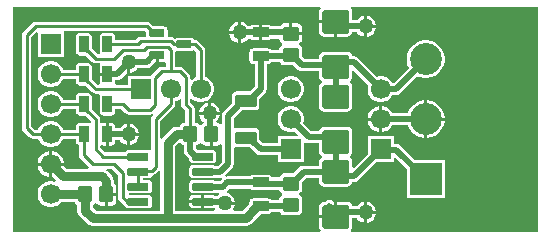
<source format=gbr>
%TF.GenerationSoftware,Altium Limited,Altium Designer,21.3.0 (21)*%
G04 Layer_Physical_Order=1*
G04 Layer_Color=255*
%FSLAX45Y45*%
%MOMM*%
%TF.SameCoordinates,FC24DA46-C209-461C-A341-196A143AB96F*%
%TF.FilePolarity,Positive*%
%TF.FileFunction,Copper,L1,Top,Signal*%
%TF.Part,Single*%
G01*
G75*
%TA.AperFunction,SMDPad,CuDef*%
G04:AMPARAMS|DCode=10|XSize=1.27mm|YSize=0.6mm|CornerRadius=0.06mm|HoleSize=0mm|Usage=FLASHONLY|Rotation=0.000|XOffset=0mm|YOffset=0mm|HoleType=Round|Shape=RoundedRectangle|*
%AMROUNDEDRECTD10*
21,1,1.27000,0.48000,0,0,0.0*
21,1,1.15000,0.60000,0,0,0.0*
1,1,0.12000,0.57500,-0.24000*
1,1,0.12000,-0.57500,-0.24000*
1,1,0.12000,-0.57500,0.24000*
1,1,0.12000,0.57500,0.24000*
%
%ADD10ROUNDEDRECTD10*%
G04:AMPARAMS|DCode=11|XSize=0.6mm|YSize=1.778mm|CornerRadius=0.06mm|HoleSize=0mm|Usage=FLASHONLY|Rotation=90.000|XOffset=0mm|YOffset=0mm|HoleType=Round|Shape=RoundedRectangle|*
%AMROUNDEDRECTD11*
21,1,0.60000,1.65800,0,0,90.0*
21,1,0.48000,1.77800,0,0,90.0*
1,1,0.12000,0.82900,0.24000*
1,1,0.12000,0.82900,-0.24000*
1,1,0.12000,-0.82900,-0.24000*
1,1,0.12000,-0.82900,0.24000*
%
%ADD11ROUNDEDRECTD11*%
G04:AMPARAMS|DCode=12|XSize=2.286mm|YSize=2.032mm|CornerRadius=0.2032mm|HoleSize=0mm|Usage=FLASHONLY|Rotation=0.000|XOffset=0mm|YOffset=0mm|HoleType=Round|Shape=RoundedRectangle|*
%AMROUNDEDRECTD12*
21,1,2.28600,1.62560,0,0,0.0*
21,1,1.87960,2.03200,0,0,0.0*
1,1,0.40640,0.93980,-0.81280*
1,1,0.40640,-0.93980,-0.81280*
1,1,0.40640,-0.93980,0.81280*
1,1,0.40640,0.93980,0.81280*
%
%ADD12ROUNDEDRECTD12*%
G04:AMPARAMS|DCode=13|XSize=1.8mm|YSize=1.1mm|CornerRadius=0.11mm|HoleSize=0mm|Usage=FLASHONLY|Rotation=0.000|XOffset=0mm|YOffset=0mm|HoleType=Round|Shape=RoundedRectangle|*
%AMROUNDEDRECTD13*
21,1,1.80000,0.88000,0,0,0.0*
21,1,1.58000,1.10000,0,0,0.0*
1,1,0.22000,0.79000,-0.44000*
1,1,0.22000,-0.79000,-0.44000*
1,1,0.22000,-0.79000,0.44000*
1,1,0.22000,0.79000,0.44000*
%
%ADD13ROUNDEDRECTD13*%
G04:AMPARAMS|DCode=14|XSize=1.4mm|YSize=0.8mm|CornerRadius=0.08mm|HoleSize=0mm|Usage=FLASHONLY|Rotation=90.000|XOffset=0mm|YOffset=0mm|HoleType=Round|Shape=RoundedRectangle|*
%AMROUNDEDRECTD14*
21,1,1.40000,0.64000,0,0,90.0*
21,1,1.24000,0.80000,0,0,90.0*
1,1,0.16000,0.32000,0.62000*
1,1,0.16000,0.32000,-0.62000*
1,1,0.16000,-0.32000,-0.62000*
1,1,0.16000,-0.32000,0.62000*
%
%ADD14ROUNDEDRECTD14*%
G04:AMPARAMS|DCode=15|XSize=1.4mm|YSize=1.2mm|CornerRadius=0.12mm|HoleSize=0mm|Usage=FLASHONLY|Rotation=0.000|XOffset=0mm|YOffset=0mm|HoleType=Round|Shape=RoundedRectangle|*
%AMROUNDEDRECTD15*
21,1,1.40000,0.96000,0,0,0.0*
21,1,1.16000,1.20000,0,0,0.0*
1,1,0.24000,0.58000,-0.48000*
1,1,0.24000,-0.58000,-0.48000*
1,1,0.24000,-0.58000,0.48000*
1,1,0.24000,0.58000,0.48000*
%
%ADD15ROUNDEDRECTD15*%
G04:AMPARAMS|DCode=16|XSize=1.4mm|YSize=1.2mm|CornerRadius=0.12mm|HoleSize=0mm|Usage=FLASHONLY|Rotation=270.000|XOffset=0mm|YOffset=0mm|HoleType=Round|Shape=RoundedRectangle|*
%AMROUNDEDRECTD16*
21,1,1.40000,0.96000,0,0,270.0*
21,1,1.16000,1.20000,0,0,270.0*
1,1,0.24000,-0.48000,-0.58000*
1,1,0.24000,-0.48000,0.58000*
1,1,0.24000,0.48000,0.58000*
1,1,0.24000,0.48000,-0.58000*
%
%ADD16ROUNDEDRECTD16*%
G04:AMPARAMS|DCode=17|XSize=1.4mm|YSize=0.8mm|CornerRadius=0.08mm|HoleSize=0mm|Usage=FLASHONLY|Rotation=0.000|XOffset=0mm|YOffset=0mm|HoleType=Round|Shape=RoundedRectangle|*
%AMROUNDEDRECTD17*
21,1,1.40000,0.64000,0,0,0.0*
21,1,1.24000,0.80000,0,0,0.0*
1,1,0.16000,0.62000,-0.32000*
1,1,0.16000,-0.62000,-0.32000*
1,1,0.16000,-0.62000,0.32000*
1,1,0.16000,0.62000,0.32000*
%
%ADD17ROUNDEDRECTD17*%
%TA.AperFunction,Conductor*%
%ADD18C,0.76200*%
%ADD19C,0.25400*%
%ADD20C,0.50800*%
%TA.AperFunction,ComponentPad*%
%ADD21C,1.70000*%
%ADD22R,1.70000X1.70000*%
%ADD23R,2.70000X2.70000*%
%ADD24C,2.70000*%
%ADD25R,1.70000X1.70000*%
%TA.AperFunction,ViaPad*%
%ADD26C,1.27000*%
G36*
X26987500Y18859500D02*
X25403708D01*
X25399855Y18872200D01*
X25399942Y18872258D01*
X25410046Y18887381D01*
X25413596Y18905220D01*
Y18972705D01*
X25454309D01*
X25455862Y18970013D01*
X25472414Y18953462D01*
X25492686Y18941759D01*
X25514301Y18935966D01*
Y19024600D01*
Y19113232D01*
X25492686Y19107442D01*
X25472414Y19095738D01*
X25455862Y19079185D01*
X25454193Y19076295D01*
X25411902D01*
X25410046Y19085619D01*
X25399942Y19100742D01*
X25384819Y19110847D01*
X25366980Y19114397D01*
X25285699D01*
Y18986501D01*
X25273000D01*
Y18973801D01*
X25132404D01*
Y18905220D01*
X25135953Y18887381D01*
X25146059Y18872258D01*
X25146146Y18872200D01*
X25142291Y18859500D01*
X22542500D01*
Y20764500D01*
X25142291D01*
X25146146Y20751801D01*
X25146059Y20751743D01*
X25135953Y20736620D01*
X25132404Y20718781D01*
Y20650200D01*
X25273000D01*
Y20637500D01*
X25285699D01*
Y20509604D01*
X25366980D01*
X25384819Y20513153D01*
X25399942Y20523257D01*
X25410046Y20538380D01*
X25411902Y20547705D01*
X25454193D01*
X25455862Y20544814D01*
X25472414Y20528262D01*
X25492686Y20516557D01*
X25514301Y20510767D01*
Y20599400D01*
Y20688033D01*
X25492686Y20682242D01*
X25472414Y20670538D01*
X25455862Y20653986D01*
X25454309Y20651295D01*
X25413596D01*
Y20718781D01*
X25410046Y20736620D01*
X25399942Y20751743D01*
X25399855Y20751801D01*
X25403708Y20764500D01*
X26987500D01*
Y18859500D01*
D02*
G37*
%LPC*%
G36*
X25539700Y20688033D02*
Y20612100D01*
X25615634D01*
X25609842Y20633714D01*
X25598138Y20653986D01*
X25581586Y20670538D01*
X25561314Y20682242D01*
X25539700Y20688033D01*
D02*
G37*
G36*
X24447501Y20637233D02*
X24425887Y20631442D01*
X24405614Y20619737D01*
X24389062Y20603186D01*
X24377357Y20582915D01*
X24371567Y20561301D01*
X24447501D01*
Y20637233D01*
D02*
G37*
G36*
X24950000Y20623132D02*
X24904700D01*
Y20549699D01*
X24988133D01*
Y20585001D01*
X24985229Y20599593D01*
X24976964Y20611964D01*
X24964594Y20620230D01*
X24950000Y20623132D01*
D02*
G37*
G36*
X25615634Y20586700D02*
X25539700D01*
Y20510767D01*
X25561314Y20516557D01*
X25581586Y20528262D01*
X25598138Y20544814D01*
X25609842Y20565086D01*
X25615634Y20586700D01*
D02*
G37*
G36*
X25260300Y20624800D02*
X25132404D01*
Y20556219D01*
X25135953Y20538380D01*
X25146059Y20523257D01*
X25161182Y20513153D01*
X25179021Y20509604D01*
X25260300D01*
Y20624800D01*
D02*
G37*
G36*
X24472900Y20637233D02*
Y20548599D01*
Y20459967D01*
X24494514Y20465758D01*
X24514786Y20477461D01*
X24531339Y20494014D01*
X24532025Y20495206D01*
X24549057D01*
X24551920Y20490919D01*
X24562968Y20483537D01*
X24575999Y20480946D01*
X24625301D01*
Y20547000D01*
Y20613054D01*
X24575999D01*
X24562968Y20610461D01*
X24551920Y20603081D01*
X24549057Y20598795D01*
X24533873D01*
X24531339Y20603186D01*
X24514786Y20619737D01*
X24494514Y20631442D01*
X24472900Y20637233D01*
D02*
G37*
G36*
X24447501Y20535899D02*
X24371567D01*
X24377357Y20514285D01*
X24389062Y20494014D01*
X24405614Y20477461D01*
X24425887Y20465758D01*
X24447501Y20459967D01*
Y20535899D01*
D02*
G37*
G36*
X23672800Y20638248D02*
X22733000D01*
X22718134Y20635289D01*
X22705531Y20626869D01*
X22629330Y20550668D01*
X22620911Y20538066D01*
X22617953Y20523199D01*
Y19735800D01*
X22620911Y19720934D01*
X22629330Y19708331D01*
X22680132Y19657532D01*
X22692734Y19649110D01*
X22707600Y19646153D01*
X22756116D01*
X22757124Y19642387D01*
X22771658Y19617213D01*
X22792213Y19596658D01*
X22817387Y19582124D01*
X22845467Y19574600D01*
X22874535D01*
X22902612Y19582124D01*
X22927786Y19596658D01*
X22948341Y19617213D01*
X22962875Y19642387D01*
X22963885Y19646153D01*
X23074947D01*
Y19623000D01*
X23077538Y19609969D01*
X23084920Y19598920D01*
X23095969Y19591537D01*
X23100552Y19590627D01*
Y19507201D01*
X23103511Y19492334D01*
X23111931Y19479732D01*
X23184819Y19406844D01*
X23180135Y19394144D01*
X22988419D01*
X22969492Y19413071D01*
X22970399Y19416466D01*
Y19418300D01*
X22872701D01*
Y19320599D01*
X22874535D01*
X22877930Y19321509D01*
X22905190Y19294247D01*
X22904755Y19292332D01*
X22889825Y19283302D01*
X22874535Y19287399D01*
X22845467D01*
X22817387Y19279877D01*
X22792213Y19265343D01*
X22771658Y19244788D01*
X22757124Y19219614D01*
X22749600Y19191534D01*
Y19162466D01*
X22757124Y19134387D01*
X22771658Y19109213D01*
X22792213Y19088658D01*
X22817387Y19074124D01*
X22845467Y19066600D01*
X22874535D01*
X22902612Y19074124D01*
X22927786Y19088658D01*
X22948341Y19109213D01*
X22950099Y19112256D01*
X23066209D01*
X23067770Y19104407D01*
X23076036Y19092036D01*
X23086256Y19085208D01*
Y19038400D01*
X23091183Y19013623D01*
X23105219Y18992619D01*
X23169820Y18928020D01*
X23190823Y18913985D01*
X23215601Y18909056D01*
X24511000D01*
X24535776Y18913985D01*
X24556781Y18928020D01*
X24639182Y19010419D01*
X24639532Y19010947D01*
X24700000D01*
X24713033Y19013538D01*
X24724080Y19020920D01*
X24726942Y19025204D01*
X24798611D01*
X24798770Y19024406D01*
X24807036Y19012036D01*
X24819408Y19003770D01*
X24834000Y19000868D01*
X24950000D01*
X24964594Y19003770D01*
X24976964Y19012036D01*
X24985229Y19024406D01*
X24988133Y19039000D01*
Y19135001D01*
X24985229Y19149593D01*
X24976964Y19161964D01*
X24964594Y19170230D01*
X24963107Y19170526D01*
Y19183475D01*
X24964594Y19183771D01*
X24976964Y19192036D01*
X24985229Y19204407D01*
X24988133Y19219000D01*
Y19279883D01*
X25023953Y19315704D01*
X25132404D01*
Y19286220D01*
X25135953Y19268381D01*
X25146059Y19253258D01*
X25161182Y19243153D01*
X25179021Y19239604D01*
X25366980D01*
X25384819Y19243153D01*
X25399942Y19253258D01*
X25410046Y19268381D01*
X25411902Y19277705D01*
X25425500D01*
X25445322Y19281647D01*
X25462125Y19292876D01*
X25616849Y19447600D01*
X25764401D01*
Y19484756D01*
X25776132Y19489616D01*
X25874600Y19391150D01*
Y19143600D01*
X26195401D01*
Y19464400D01*
X25947849D01*
X25822067Y19590182D01*
X25805264Y19601411D01*
X25785443Y19605353D01*
X25764401D01*
Y19668401D01*
X25543600D01*
Y19520850D01*
X25425330Y19402579D01*
X25413596Y19407439D01*
Y19448779D01*
X25410046Y19466618D01*
X25399942Y19481741D01*
X25392278Y19486864D01*
Y19502138D01*
X25399942Y19507259D01*
X25410046Y19522382D01*
X25413596Y19540221D01*
Y19702780D01*
X25410046Y19720619D01*
X25399942Y19735742D01*
X25384819Y19745847D01*
X25366980Y19749396D01*
X25179021D01*
X25161182Y19745847D01*
X25146059Y19735742D01*
X25135953Y19720619D01*
X25134097Y19711295D01*
X25065955D01*
X24997621Y19779630D01*
X25002400Y19797466D01*
Y19826534D01*
X24994876Y19854613D01*
X24980342Y19879787D01*
X24959787Y19900342D01*
X24934613Y19914876D01*
X24906534Y19922400D01*
X24877466D01*
X24849387Y19914876D01*
X24824213Y19900342D01*
X24803658Y19879787D01*
X24789124Y19854613D01*
X24781599Y19826534D01*
Y19797466D01*
X24789124Y19769386D01*
X24803658Y19744212D01*
X24824213Y19723659D01*
X24849387Y19709125D01*
X24877466Y19701601D01*
X24906534D01*
X24924371Y19706380D01*
X24950616Y19680133D01*
X24945757Y19668401D01*
X24781599D01*
Y19609795D01*
X24659454D01*
X24627113Y19642136D01*
Y19700999D01*
X24624287Y19715202D01*
X24616243Y19727243D01*
X24604202Y19735287D01*
X24589999Y19738113D01*
X24432001D01*
X24423096Y19736342D01*
X24410394Y19744453D01*
Y19815945D01*
X24480336Y19885887D01*
X24589999D01*
X24604202Y19888712D01*
X24616243Y19896758D01*
X24624287Y19908797D01*
X24627113Y19923000D01*
Y19981863D01*
X24674625Y20029375D01*
X24674625Y20029375D01*
X24685854Y20046179D01*
X24689795Y20066000D01*
Y20280946D01*
X24700000D01*
X24713033Y20283537D01*
X24724080Y20290919D01*
X24726942Y20295206D01*
X24798611D01*
X24798770Y20294408D01*
X24807036Y20282036D01*
X24819408Y20273770D01*
X24834000Y20270868D01*
X24914883D01*
X24953175Y20232574D01*
X24969978Y20221347D01*
X24989799Y20217406D01*
X25132404D01*
Y20175220D01*
X25135953Y20157381D01*
X25146059Y20142258D01*
X25153722Y20137137D01*
Y20121863D01*
X25146059Y20116742D01*
X25135953Y20101619D01*
X25132404Y20083780D01*
Y19921220D01*
X25135953Y19903381D01*
X25146059Y19888258D01*
X25161182Y19878152D01*
X25179021Y19874603D01*
X25366980D01*
X25384819Y19878152D01*
X25399942Y19888258D01*
X25410046Y19903381D01*
X25413596Y19921220D01*
Y20083780D01*
X25410046Y20101619D01*
X25399942Y20116742D01*
X25392278Y20121863D01*
Y20137137D01*
X25399942Y20142258D01*
X25410046Y20157381D01*
X25413596Y20175220D01*
Y20216560D01*
X25425330Y20221422D01*
X25548380Y20098370D01*
X25543600Y20080534D01*
Y20051466D01*
X25551125Y20023387D01*
X25565659Y19998213D01*
X25586214Y19977658D01*
X25611386Y19963124D01*
X25639465Y19955600D01*
X25668533D01*
X25696613Y19963124D01*
X25721786Y19977658D01*
X25742343Y19998213D01*
X25751575Y20014204D01*
X25781000D01*
X25800821Y20018147D01*
X25817624Y20029375D01*
X25964029Y20175781D01*
X25988214Y20165764D01*
X26019202Y20159599D01*
X26050797D01*
X26081787Y20165764D01*
X26110977Y20177855D01*
X26137250Y20195409D01*
X26159592Y20217751D01*
X26177145Y20244022D01*
X26189236Y20273213D01*
X26195401Y20304202D01*
Y20335799D01*
X26189236Y20366788D01*
X26177145Y20395978D01*
X26159592Y20422249D01*
X26137250Y20444591D01*
X26110977Y20462144D01*
X26081787Y20474236D01*
X26050797Y20480400D01*
X26019202D01*
X25988214Y20474236D01*
X25959021Y20462144D01*
X25932751Y20444591D01*
X25910410Y20422249D01*
X25892856Y20395978D01*
X25880765Y20366788D01*
X25874600Y20335799D01*
Y20304202D01*
X25880765Y20273213D01*
X25890781Y20249030D01*
X25762961Y20121210D01*
X25748822Y20122565D01*
X25742343Y20133788D01*
X25721786Y20154343D01*
X25696613Y20168877D01*
X25668533Y20176401D01*
X25639465D01*
X25621628Y20171622D01*
X25462125Y20331125D01*
X25445322Y20342352D01*
X25425500Y20346295D01*
X25411902D01*
X25410046Y20355618D01*
X25399942Y20370741D01*
X25384819Y20380847D01*
X25366980Y20384396D01*
X25179021D01*
X25161182Y20380847D01*
X25146059Y20370741D01*
X25135953Y20355618D01*
X25132404Y20337781D01*
Y20320995D01*
X25011255D01*
X24988133Y20344118D01*
Y20405000D01*
X24985229Y20419592D01*
X24976964Y20431964D01*
X24964594Y20440230D01*
X24963107Y20440526D01*
Y20453474D01*
X24964594Y20453770D01*
X24976964Y20462036D01*
X24985229Y20474406D01*
X24988133Y20489000D01*
Y20524300D01*
X24892000D01*
Y20537000D01*
X24879300D01*
Y20623132D01*
X24834000D01*
X24819408Y20620230D01*
X24807036Y20611964D01*
X24798770Y20599593D01*
X24798611Y20598795D01*
X24726942D01*
X24724080Y20603081D01*
X24713033Y20610461D01*
X24700000Y20613054D01*
X24650700D01*
Y20547000D01*
Y20480946D01*
X24700000D01*
X24713033Y20483537D01*
X24724080Y20490919D01*
X24726942Y20495206D01*
X24795866D01*
Y20489000D01*
X24798770Y20474406D01*
X24807036Y20462036D01*
X24819408Y20453770D01*
X24820892Y20453474D01*
Y20440526D01*
X24819408Y20440230D01*
X24807036Y20431964D01*
X24798770Y20419592D01*
X24795866Y20405000D01*
Y20398795D01*
X24726942D01*
X24724080Y20403081D01*
X24713033Y20410461D01*
X24700000Y20413054D01*
X24575999D01*
X24562968Y20410461D01*
X24551920Y20403081D01*
X24544537Y20392032D01*
X24541946Y20378999D01*
Y20314999D01*
X24544537Y20301968D01*
X24551920Y20290919D01*
X24562968Y20283537D01*
X24575999Y20280946D01*
X24586205D01*
Y20087454D01*
X24546864Y20048112D01*
X24432001D01*
X24417796Y20045288D01*
X24405757Y20037244D01*
X24397713Y20025203D01*
X24394887Y20011000D01*
Y19946936D01*
X24321976Y19874025D01*
X24310747Y19857220D01*
X24306805Y19837399D01*
Y19775102D01*
X24298579Y19771532D01*
X24294106Y19770538D01*
X24282593Y19778230D01*
X24267999Y19781133D01*
X24267496D01*
X24265128Y19784850D01*
X24262956Y19793832D01*
X24277338Y19808214D01*
X24289043Y19828487D01*
X24294833Y19850101D01*
X24117567D01*
X24123358Y19828487D01*
X24135062Y19808214D01*
X24151614Y19791663D01*
X24154405Y19790051D01*
Y19776224D01*
X24145036Y19769965D01*
X24136771Y19757593D01*
X24136475Y19756107D01*
X24123526D01*
X24123230Y19757593D01*
X24114964Y19769965D01*
X24102592Y19778230D01*
X24088000Y19781133D01*
X24078847D01*
Y19902000D01*
X24075890Y19916866D01*
X24067468Y19929469D01*
X24041847Y19955090D01*
Y19981432D01*
X24053580Y19986292D01*
X24062213Y19977658D01*
X24087387Y19963124D01*
X24115466Y19955600D01*
X24144534D01*
X24172614Y19963124D01*
X24197787Y19977658D01*
X24218343Y19998213D01*
X24232877Y20023387D01*
X24240401Y20051466D01*
Y20080534D01*
X24232877Y20108614D01*
X24218343Y20133788D01*
X24197787Y20154343D01*
X24172614Y20168877D01*
X24168848Y20169885D01*
Y20396201D01*
X24165889Y20411066D01*
X24157469Y20423669D01*
X24106670Y20474469D01*
X24094066Y20482889D01*
X24079201Y20485847D01*
X24076344D01*
X24071138Y20493639D01*
X24060751Y20500578D01*
X24048500Y20503015D01*
X23933501D01*
X23921248Y20500578D01*
X23910863Y20493639D01*
X23904968Y20498367D01*
X23903468Y20499869D01*
X23890866Y20508289D01*
X23875999Y20511247D01*
X23856058D01*
X23850516Y20517999D01*
Y20566000D01*
X23848077Y20578252D01*
X23841138Y20588638D01*
X23830753Y20595578D01*
X23818500Y20598015D01*
X23729121D01*
X23700269Y20626869D01*
X23687666Y20635289D01*
X23672800Y20638248D01*
D02*
G37*
G36*
X24906534Y20176401D02*
X24877466D01*
X24849387Y20168877D01*
X24824213Y20154343D01*
X24803658Y20133788D01*
X24789124Y20108614D01*
X24781599Y20080534D01*
Y20051466D01*
X24789124Y20023387D01*
X24803658Y19998213D01*
X24824213Y19977658D01*
X24849387Y19963124D01*
X24877466Y19955600D01*
X24906534D01*
X24934613Y19963124D01*
X24959787Y19977658D01*
X24980342Y19998213D01*
X24994876Y20023387D01*
X25002400Y20051466D01*
Y20080534D01*
X24994876Y20108614D01*
X24980342Y20133788D01*
X24959787Y20154343D01*
X24934613Y20168877D01*
X24906534Y20176401D01*
D02*
G37*
G36*
X24218900Y19951433D02*
Y19875500D01*
X24294833D01*
X24289043Y19897115D01*
X24277338Y19917386D01*
X24260786Y19933939D01*
X24240514Y19945642D01*
X24218900Y19951433D01*
D02*
G37*
G36*
X24193500D02*
X24171886Y19945642D01*
X24151614Y19933939D01*
X24135062Y19917386D01*
X24123358Y19897115D01*
X24117567Y19875500D01*
X24193500D01*
Y19951433D01*
D02*
G37*
G36*
X26022299Y19972400D02*
X26019202D01*
X25988214Y19966235D01*
X25959021Y19954144D01*
X25932751Y19936591D01*
X25910410Y19914249D01*
X25892856Y19887978D01*
X25882840Y19863795D01*
X25751575D01*
X25742343Y19879787D01*
X25721786Y19900342D01*
X25696613Y19914876D01*
X25668533Y19922400D01*
X25666699D01*
Y19812000D01*
Y19701601D01*
X25668533D01*
X25696613Y19709125D01*
X25721786Y19723659D01*
X25742343Y19744212D01*
X25751575Y19760205D01*
X25882840D01*
X25892856Y19736021D01*
X25910410Y19709750D01*
X25932751Y19687408D01*
X25959021Y19669855D01*
X25988214Y19657764D01*
X26019202Y19651601D01*
X26022299D01*
Y19812000D01*
Y19972400D01*
D02*
G37*
G36*
X26050797D02*
X26047699D01*
Y19824699D01*
X26195401D01*
Y19827798D01*
X26189236Y19858788D01*
X26177145Y19887978D01*
X26159592Y19914249D01*
X26137250Y19936591D01*
X26110977Y19954144D01*
X26081787Y19966235D01*
X26050797Y19972400D01*
D02*
G37*
G36*
X25641299Y19922400D02*
X25639465D01*
X25611386Y19914876D01*
X25586214Y19900342D01*
X25565659Y19879787D01*
X25551125Y19854613D01*
X25543600Y19826534D01*
Y19824699D01*
X25641299D01*
Y19922400D01*
D02*
G37*
G36*
Y19799300D02*
X25543600D01*
Y19797466D01*
X25551125Y19769386D01*
X25565659Y19744212D01*
X25586214Y19723659D01*
X25611386Y19709125D01*
X25639465Y19701601D01*
X25641299D01*
Y19799300D01*
D02*
G37*
G36*
X26195401D02*
X26047699D01*
Y19651601D01*
X26050797D01*
X26081787Y19657764D01*
X26110977Y19669855D01*
X26137250Y19687408D01*
X26159592Y19709750D01*
X26177145Y19736021D01*
X26189236Y19765213D01*
X26195401Y19796202D01*
Y19799300D01*
D02*
G37*
G36*
X22874535Y19541400D02*
X22872701D01*
Y19443700D01*
X22970399D01*
Y19445534D01*
X22962875Y19473613D01*
X22948341Y19498787D01*
X22927786Y19519342D01*
X22902612Y19533876D01*
X22874535Y19541400D01*
D02*
G37*
G36*
X22847301D02*
X22845467D01*
X22817387Y19533876D01*
X22792213Y19519342D01*
X22771658Y19498787D01*
X22757124Y19473613D01*
X22749600Y19445534D01*
Y19443700D01*
X22847301D01*
Y19541400D01*
D02*
G37*
G36*
Y19418300D02*
X22749600D01*
Y19416466D01*
X22757124Y19388387D01*
X22771658Y19363213D01*
X22792213Y19342657D01*
X22817387Y19328123D01*
X22845467Y19320599D01*
X22847301D01*
Y19418300D01*
D02*
G37*
G36*
X25539700Y19113232D02*
Y19037300D01*
X25615634D01*
X25609842Y19058914D01*
X25598138Y19079185D01*
X25581586Y19095738D01*
X25561314Y19107442D01*
X25539700Y19113232D01*
D02*
G37*
G36*
X25220900Y19128795D02*
X25201079Y19124854D01*
X25185429Y19114397D01*
X25179021D01*
X25161182Y19110847D01*
X25146059Y19100742D01*
X25135953Y19085619D01*
X25132404Y19067780D01*
Y18999200D01*
X25260300D01*
Y19114397D01*
X25256371D01*
X25240721Y19124854D01*
X25220900Y19128795D01*
D02*
G37*
G36*
X25615634Y19011900D02*
X25539700D01*
Y18935966D01*
X25561314Y18941759D01*
X25581586Y18953462D01*
X25598138Y18970013D01*
X25609842Y18990286D01*
X25615634Y19011900D01*
D02*
G37*
%LPD*%
G36*
X24091153Y20380109D02*
Y20169885D01*
X24087387Y20168877D01*
X24062213Y20154343D01*
X24053580Y20145709D01*
X24041847Y20150569D01*
Y20167599D01*
X24038889Y20182466D01*
X24030469Y20195068D01*
X23979669Y20245869D01*
X23967065Y20254289D01*
X23952200Y20257246D01*
X23914847D01*
Y20382732D01*
X23915707Y20384171D01*
X23927547Y20392169D01*
X23933501Y20390985D01*
X24048500D01*
X24060751Y20393422D01*
X24070996Y20400267D01*
X24091153Y20380109D01*
D02*
G37*
G36*
X23671484Y20545778D02*
Y20517999D01*
X23665942Y20511247D01*
X23622000D01*
X23607133Y20508289D01*
X23594531Y20499869D01*
X23580508Y20485847D01*
X23407054D01*
Y20509000D01*
X23404462Y20522032D01*
X23397079Y20533080D01*
X23386032Y20540462D01*
X23373000Y20543054D01*
X23309000D01*
X23295969Y20540462D01*
X23284920Y20533080D01*
X23277538Y20522032D01*
X23274947Y20509000D01*
Y20385001D01*
X23276610Y20376634D01*
X23269389Y20364902D01*
X23256937Y20364088D01*
X23207054Y20413971D01*
Y20509000D01*
X23204462Y20522032D01*
X23197079Y20533080D01*
X23186032Y20540462D01*
X23173000Y20543054D01*
X23109000D01*
X23095969Y20540462D01*
X23084920Y20533080D01*
X23077538Y20522032D01*
X23074947Y20509000D01*
Y20385001D01*
X23077538Y20371968D01*
X23084920Y20360921D01*
X23095969Y20353539D01*
X23109000Y20350946D01*
X23160205D01*
X23213531Y20297620D01*
X23226134Y20289198D01*
X23241000Y20286241D01*
X23274518D01*
X23281219Y20273541D01*
X23277538Y20268031D01*
X23274947Y20255000D01*
Y20205699D01*
X23341000D01*
Y20180299D01*
X23274947D01*
Y20131000D01*
X23277538Y20117969D01*
X23277820Y20117548D01*
X23271031Y20104848D01*
X23257091D01*
X23207054Y20154883D01*
Y20255000D01*
X23204462Y20268031D01*
X23197079Y20279080D01*
X23186032Y20286462D01*
X23173000Y20289053D01*
X23109000D01*
X23095969Y20286462D01*
X23084920Y20279080D01*
X23077538Y20268031D01*
X23074947Y20255000D01*
Y20231847D01*
X22963885D01*
X22962875Y20235612D01*
X22948341Y20260786D01*
X22927786Y20281342D01*
X22902612Y20295876D01*
X22874535Y20303400D01*
X22845467D01*
X22817387Y20295876D01*
X22792213Y20281342D01*
X22771658Y20260786D01*
X22757124Y20235612D01*
X22749600Y20207533D01*
Y20178465D01*
X22757124Y20150388D01*
X22771658Y20125214D01*
X22792213Y20104659D01*
X22817387Y20090125D01*
X22845467Y20082600D01*
X22874535D01*
X22902612Y20090125D01*
X22927786Y20104659D01*
X22948341Y20125214D01*
X22962875Y20150388D01*
X22963885Y20154153D01*
X23074947D01*
Y20131000D01*
X23077538Y20117969D01*
X23084920Y20106920D01*
X23095969Y20099538D01*
X23109000Y20096947D01*
X23155116D01*
X23213531Y20038531D01*
X23226134Y20030112D01*
X23241000Y20027153D01*
X23271031D01*
X23277820Y20014453D01*
X23277538Y20014032D01*
X23274947Y20000999D01*
Y19877000D01*
X23277538Y19863968D01*
X23284920Y19852921D01*
X23295969Y19845538D01*
X23309000Y19842946D01*
X23373000D01*
X23386032Y19845538D01*
X23397079Y19852921D01*
X23404462Y19863968D01*
X23407054Y19877000D01*
Y19900153D01*
X23453510D01*
X23492931Y19860732D01*
X23505534Y19852312D01*
X23520399Y19849353D01*
X23698199D01*
X23713066Y19852312D01*
X23723152Y19859050D01*
X23731248Y19849187D01*
X23721532Y19839468D01*
X23713110Y19826866D01*
X23710153Y19812000D01*
Y19555667D01*
X23699529Y19548656D01*
X23697453Y19548315D01*
X23686400Y19550516D01*
X23520599D01*
X23508348Y19548077D01*
X23497961Y19541138D01*
X23492757Y19533347D01*
X23320592D01*
X23279848Y19574091D01*
Y19587036D01*
X23292548Y19593823D01*
X23295969Y19591537D01*
X23309000Y19588947D01*
X23328300D01*
Y19685001D01*
Y19781055D01*
X23309000D01*
X23295969Y19778462D01*
X23292548Y19776176D01*
X23279848Y19782964D01*
Y19812103D01*
X23276889Y19826968D01*
X23268469Y19839571D01*
X23207054Y19900986D01*
Y20000999D01*
X23204462Y20014032D01*
X23197079Y20025079D01*
X23186032Y20032462D01*
X23173000Y20035054D01*
X23109000D01*
X23095969Y20032462D01*
X23084920Y20025079D01*
X23077538Y20014032D01*
X23074947Y20000999D01*
Y19977847D01*
X22963885D01*
X22962875Y19981613D01*
X22948341Y20006787D01*
X22927786Y20027342D01*
X22902612Y20041876D01*
X22874535Y20049400D01*
X22845467D01*
X22817387Y20041876D01*
X22792213Y20027342D01*
X22771658Y20006787D01*
X22757124Y19981613D01*
X22749600Y19953534D01*
Y19924466D01*
X22757124Y19896387D01*
X22771658Y19871213D01*
X22792213Y19850658D01*
X22817387Y19836124D01*
X22845467Y19828600D01*
X22874535D01*
X22902612Y19836124D01*
X22927786Y19850658D01*
X22948341Y19871213D01*
X22962875Y19896387D01*
X22963885Y19900153D01*
X23074947D01*
Y19877000D01*
X23077538Y19863968D01*
X23084920Y19852921D01*
X23095969Y19845538D01*
X23109000Y19842946D01*
X23155220D01*
X23202153Y19796011D01*
Y19782964D01*
X23189453Y19776176D01*
X23186032Y19778462D01*
X23173000Y19781055D01*
X23109000D01*
X23095969Y19778462D01*
X23084920Y19771080D01*
X23077538Y19760033D01*
X23074947Y19747000D01*
Y19723846D01*
X22963885D01*
X22962875Y19727612D01*
X22948341Y19752786D01*
X22927786Y19773341D01*
X22902612Y19787875D01*
X22874535Y19795399D01*
X22845467D01*
X22817387Y19787875D01*
X22792213Y19773341D01*
X22771658Y19752786D01*
X22757124Y19727612D01*
X22756116Y19723846D01*
X22723691D01*
X22695647Y19751891D01*
Y20507109D01*
X22736900Y20548363D01*
X22749600Y20543102D01*
Y20336600D01*
X22970399D01*
Y20547853D01*
X22970399Y20557401D01*
X22981795Y20560553D01*
X23656709D01*
X23671484Y20545778D01*
D02*
G37*
G36*
X23773700Y20295985D02*
X23818500D01*
X23824454Y20297169D01*
X23837154Y20288588D01*
Y20257246D01*
X23799800D01*
X23784933Y20254289D01*
X23772331Y20245869D01*
X23717632Y20191170D01*
X23709212Y20178566D01*
X23708780Y20176401D01*
X23511600D01*
Y20104848D01*
X23410970D01*
X23404179Y20117548D01*
X23404462Y20117969D01*
X23407054Y20131000D01*
Y20141205D01*
X23418800D01*
X23438622Y20145148D01*
X23455424Y20156375D01*
X23505585Y20206534D01*
X23507700Y20205968D01*
Y20294600D01*
X23533099D01*
Y20205968D01*
X23554713Y20211758D01*
X23574986Y20223462D01*
X23591537Y20240015D01*
X23593149Y20242805D01*
X23672800D01*
X23692621Y20246747D01*
X23709425Y20257974D01*
X23747433Y20295985D01*
X23748300D01*
Y20352000D01*
X23773700D01*
Y20295985D01*
D02*
G37*
G36*
X23964153Y19981432D02*
Y19939000D01*
X23967111Y19924133D01*
X23975531Y19911531D01*
X24001154Y19885909D01*
Y19781133D01*
X23992000D01*
X23977406Y19778230D01*
X23965036Y19769965D01*
X23956770Y19757593D01*
X23955209Y19749744D01*
X23926801D01*
X23902023Y19744817D01*
X23881020Y19730782D01*
X23804819Y19654581D01*
X23800546Y19648187D01*
X23787846Y19652039D01*
Y19795909D01*
X23903468Y19911531D01*
X23911890Y19924133D01*
X23914847Y19939000D01*
Y19962115D01*
X23918613Y19963124D01*
X23943787Y19977658D01*
X23952420Y19986292D01*
X23964153Y19981432D01*
D02*
G37*
G36*
X24232700Y19588867D02*
X24267999D01*
X24282593Y19591769D01*
X24294106Y19599461D01*
X24298579Y19598468D01*
X24306805Y19594897D01*
Y19452454D01*
X24273647Y19419295D01*
X24246320D01*
X24243652Y19421078D01*
X24231400Y19423515D01*
X24065601D01*
X24053348Y19421078D01*
X24042963Y19414137D01*
X24036021Y19403752D01*
X24033585Y19391499D01*
Y19343500D01*
X24036021Y19331248D01*
X24042963Y19320862D01*
X24053348Y19313922D01*
X24065601Y19311485D01*
X24231400D01*
X24243652Y19313922D01*
X24246320Y19315704D01*
X24295100D01*
X24306827Y19318037D01*
X24313083Y19306332D01*
X24299046Y19292294D01*
X24246320D01*
X24243652Y19294078D01*
X24231400Y19296515D01*
X24065601D01*
X24053348Y19294078D01*
X24042963Y19287138D01*
X24036021Y19276752D01*
X24033585Y19264500D01*
Y19216499D01*
X24036021Y19204248D01*
X24042963Y19193861D01*
X24053348Y19186922D01*
X24065601Y19184485D01*
X24231400D01*
X24243652Y19186922D01*
X24246320Y19188705D01*
X24282256D01*
X24285658Y19176006D01*
X24278613Y19171938D01*
X24271973Y19165295D01*
X24246320D01*
X24243652Y19167078D01*
X24231400Y19169514D01*
X24161198D01*
Y19113501D01*
Y19057484D01*
X24231400D01*
X24243651Y19059921D01*
X24249210Y19058154D01*
X24252280Y19051244D01*
X24244189Y19038544D01*
X23915344D01*
Y19581982D01*
X23944144Y19610782D01*
X23946957Y19611143D01*
X23959558Y19608235D01*
X23965036Y19600037D01*
X23977406Y19591769D01*
X23988205Y19589622D01*
Y19546400D01*
X23992146Y19526579D01*
X24003375Y19509775D01*
X24033585Y19479565D01*
Y19470500D01*
X24036021Y19458247D01*
X24042963Y19447862D01*
X24053348Y19440923D01*
X24065601Y19438486D01*
X24231400D01*
X24243652Y19440923D01*
X24254037Y19447862D01*
X24260979Y19458247D01*
X24263416Y19470500D01*
Y19518500D01*
X24260979Y19530753D01*
X24254037Y19541138D01*
X24243652Y19548077D01*
X24231400Y19550516D01*
X24155550D01*
X24155400Y19550545D01*
X24155251Y19550516D01*
X24109134D01*
X24091795Y19567854D01*
Y19589622D01*
X24102592Y19591769D01*
X24114964Y19600037D01*
X24123230Y19612407D01*
X24123526Y19613893D01*
X24136475D01*
X24136771Y19612407D01*
X24145036Y19600037D01*
X24157407Y19591769D01*
X24172000Y19588867D01*
X24207298D01*
Y19685001D01*
X24232700D01*
Y19588867D01*
D02*
G37*
G36*
X25024680Y19611649D02*
X25044501Y19607706D01*
X25132404D01*
Y19540221D01*
X25135953Y19522382D01*
X25146059Y19507259D01*
X25153722Y19502138D01*
Y19486864D01*
X25146059Y19481741D01*
X25135953Y19466618D01*
X25132404Y19448779D01*
Y19419295D01*
X25002499D01*
X24982680Y19415353D01*
X24965875Y19404124D01*
X24965875Y19404124D01*
X24914883Y19353133D01*
X24834000D01*
X24819408Y19350230D01*
X24807036Y19341965D01*
X24798770Y19329593D01*
X24796622Y19318794D01*
X24732106D01*
X24731462Y19322032D01*
X24724080Y19333080D01*
X24713033Y19340462D01*
X24700000Y19343054D01*
X24575999D01*
X24562968Y19340462D01*
X24551920Y19333080D01*
X24549057Y19328795D01*
X24357001D01*
X24345273Y19326462D01*
X24339017Y19338167D01*
X24395226Y19394376D01*
X24406453Y19411179D01*
X24410394Y19431000D01*
Y19569547D01*
X24423096Y19577658D01*
X24432001Y19575887D01*
X24546864D01*
X24601375Y19521376D01*
X24601375Y19521375D01*
X24618179Y19510147D01*
X24638000Y19506206D01*
X24781599D01*
Y19447600D01*
X25002400D01*
Y19611259D01*
X25015100Y19618048D01*
X25024680Y19611649D01*
D02*
G37*
G36*
X24551920Y19220920D02*
X24562968Y19213538D01*
X24575999Y19210947D01*
X24700000D01*
X24713033Y19213538D01*
X24715526Y19215205D01*
X24796622D01*
X24798770Y19204407D01*
X24807036Y19192036D01*
X24819408Y19183771D01*
X24820892Y19183475D01*
Y19170526D01*
X24819408Y19170230D01*
X24807036Y19161964D01*
X24798770Y19149593D01*
X24795866Y19135001D01*
Y19128795D01*
X24726942D01*
X24724080Y19133080D01*
X24713033Y19140462D01*
X24700000Y19143054D01*
X24575999D01*
X24562968Y19140462D01*
X24551920Y19133080D01*
X24544537Y19122032D01*
X24541946Y19109000D01*
Y19096307D01*
X24484183Y19038544D01*
X24413615D01*
X24407242Y19051244D01*
X24416042Y19066486D01*
X24421832Y19088100D01*
X24333200D01*
Y19113499D01*
X24421832D01*
X24416042Y19135114D01*
X24404338Y19155386D01*
X24387785Y19171938D01*
X24367514Y19183643D01*
X24354800Y19187048D01*
X24352530Y19200806D01*
X24357124Y19203876D01*
X24378455Y19225204D01*
X24549057D01*
X24551920Y19220920D01*
D02*
G37*
G36*
X23430753Y19338708D02*
Y19151601D01*
X23433711Y19136734D01*
X23442131Y19124130D01*
X23480231Y19086031D01*
X23490662Y19079063D01*
X23491022Y19077248D01*
X23497961Y19066862D01*
X23508348Y19059921D01*
X23520599Y19057484D01*
X23686400D01*
X23698653Y19059921D01*
X23709038Y19066862D01*
X23715977Y19077248D01*
X23718414Y19089500D01*
Y19137500D01*
X23715977Y19149751D01*
X23709038Y19160138D01*
X23698653Y19167078D01*
X23686400Y19169514D01*
X23529803D01*
X23523442Y19175624D01*
X23521193Y19182214D01*
X23522717Y19184485D01*
X23686400D01*
X23698653Y19186922D01*
X23709038Y19193861D01*
X23715977Y19204248D01*
X23718414Y19216499D01*
Y19264500D01*
X23715977Y19276752D01*
X23709038Y19287138D01*
X23698653Y19294078D01*
X23686400Y19296515D01*
X23642346D01*
Y19311485D01*
X23686400D01*
X23698653Y19313922D01*
X23709038Y19320862D01*
X23715977Y19331248D01*
X23716434Y19333536D01*
X23730487Y19336331D01*
X23743089Y19344753D01*
X23773157Y19374818D01*
X23785857Y19370132D01*
Y19038544D01*
X23242418D01*
X23215744Y19065218D01*
Y19085208D01*
X23225964Y19092036D01*
X23234230Y19104407D01*
X23234526Y19105893D01*
X23247475D01*
X23247771Y19104407D01*
X23256036Y19092036D01*
X23268407Y19083771D01*
X23283000Y19080867D01*
X23318298D01*
Y19176999D01*
X23331000D01*
Y19189699D01*
X23417133D01*
Y19235001D01*
X23414230Y19249593D01*
X23405965Y19261964D01*
X23395744Y19268793D01*
Y19290199D01*
X23390816Y19314977D01*
X23376781Y19335982D01*
X23337581Y19375182D01*
X23331187Y19379453D01*
X23335039Y19392152D01*
X23377309D01*
X23430753Y19338708D01*
D02*
G37*
%LPC*%
G36*
X23533099Y19773633D02*
Y19697701D01*
X23609033D01*
X23603242Y19719315D01*
X23591537Y19739586D01*
X23574986Y19756139D01*
X23554713Y19767842D01*
X23533099Y19773633D01*
D02*
G37*
G36*
X23609033Y19672301D02*
X23533099D01*
Y19596367D01*
X23554713Y19602158D01*
X23574986Y19613863D01*
X23591537Y19630414D01*
X23603242Y19650687D01*
X23609033Y19672301D01*
D02*
G37*
G36*
X23373000Y19781055D02*
X23353700D01*
Y19685001D01*
Y19588947D01*
X23373000D01*
X23386032Y19591537D01*
X23397079Y19598920D01*
X23404462Y19609969D01*
X23407054Y19623000D01*
Y19633205D01*
X23447652D01*
X23449261Y19630414D01*
X23465814Y19613863D01*
X23486086Y19602158D01*
X23507700Y19596367D01*
Y19685001D01*
Y19773633D01*
X23486086Y19767842D01*
X23465814Y19756139D01*
X23449261Y19739586D01*
X23447652Y19736795D01*
X23407054D01*
Y19747000D01*
X23404462Y19760033D01*
X23397079Y19771080D01*
X23386032Y19778462D01*
X23373000Y19781055D01*
D02*
G37*
G36*
X24135799Y19169514D02*
X24065601D01*
X24053348Y19167078D01*
X24042963Y19160138D01*
X24036021Y19149751D01*
X24033585Y19137500D01*
Y19126201D01*
X24135799D01*
Y19169514D01*
D02*
G37*
G36*
Y19100801D02*
X24033585D01*
Y19089500D01*
X24036021Y19077248D01*
X24042963Y19066862D01*
X24053348Y19059921D01*
X24065601Y19057484D01*
X24135799D01*
Y19100801D01*
D02*
G37*
G36*
X23417133Y19164299D02*
X23343700D01*
Y19080867D01*
X23378999D01*
X23393593Y19083771D01*
X23405965Y19092036D01*
X23414230Y19104407D01*
X23417133Y19119000D01*
Y19164299D01*
D02*
G37*
%LPD*%
D10*
X23761000Y20542000D02*
D03*
Y20352000D02*
D03*
X23991000Y20447000D02*
D03*
D11*
X23603500Y19494501D02*
D03*
Y19367500D02*
D03*
Y19240500D02*
D03*
Y19113499D02*
D03*
X24148500Y19494501D02*
D03*
Y19367500D02*
D03*
Y19240500D02*
D03*
Y19113499D02*
D03*
D12*
X25273000Y19367500D02*
D03*
Y18986501D02*
D03*
Y20637500D02*
D03*
Y20256500D02*
D03*
Y19621500D02*
D03*
Y20002499D02*
D03*
D13*
X24511000Y19967000D02*
D03*
Y19657001D02*
D03*
D14*
X23141000Y20192999D02*
D03*
X23341000D02*
D03*
Y20447000D02*
D03*
X23141000D02*
D03*
X23341000Y19939000D02*
D03*
X23141000D02*
D03*
X23341000Y19685001D02*
D03*
X23141000D02*
D03*
D15*
X24892000Y19087000D02*
D03*
Y19267000D02*
D03*
Y20357001D02*
D03*
Y20537000D02*
D03*
D16*
X23150999Y19177000D02*
D03*
X23331000D02*
D03*
X24220000Y19685001D02*
D03*
X24039999D02*
D03*
D17*
X24638000Y20547000D02*
D03*
Y20347000D02*
D03*
Y19277000D02*
D03*
Y19077000D02*
D03*
D18*
X23215601Y18973801D02*
X23850600D01*
X23150999Y19038400D02*
X23215601Y18973801D01*
X23150999Y19038400D02*
Y19177000D01*
X22860001Y19431000D02*
X22961600Y19329401D01*
X22860001Y19177000D02*
X23150999D01*
X22961600Y19329401D02*
X23291800D01*
X23331000Y19290199D01*
Y19177000D02*
Y19290199D01*
X23850600Y18973801D02*
X24511000D01*
X24593401Y19056200D01*
X23850600Y18973801D02*
Y19608800D01*
X23926801Y19685001D01*
X24039999D01*
D19*
X23507700Y19113499D02*
X23603500D01*
X23469600Y19151601D02*
X23507700Y19113499D01*
X22656799Y19735800D02*
X22707600Y19685001D01*
X22860001D01*
X23141000D01*
X23139400Y19507201D02*
Y19683400D01*
X23141000Y19685001D01*
X23139400Y19507201D02*
X23215601Y19431000D01*
X23241000Y19558000D02*
Y19812103D01*
Y19558000D02*
X23304500Y19494501D01*
X23215601Y19431000D02*
X23393401D01*
X23469600Y19354800D01*
X23304500Y19494501D02*
X23603500D01*
X23469600Y19151601D02*
Y19354800D01*
X23603500Y19240500D02*
Y19367500D01*
X23608221Y19372221D01*
X23715620D01*
X23749001Y19405600D01*
Y19812000D01*
X23171404Y19881700D02*
X23241000Y19812103D01*
X23168300Y19881700D02*
X23171404D01*
X23520399Y19888200D02*
X23698199D01*
X23141000Y19909000D02*
X23168300Y19881700D01*
X23469600Y19939000D02*
X23520399Y19888200D01*
X23141000Y19909000D02*
Y19939000D01*
X22860001D02*
X23141000D01*
X23341000D02*
X23469600D01*
X23241000Y20066000D02*
X23622000D01*
X22656799Y19735800D02*
Y20523199D01*
X22733000Y20599400D01*
X22860001Y20192999D02*
X23141000D01*
Y20163000D02*
Y20192999D01*
Y20417000D02*
Y20447000D01*
Y20163000D02*
X23168300Y20135699D01*
X23141000Y20417000D02*
X23168300Y20389700D01*
Y20135699D02*
X23171300D01*
X23168300Y20389700D02*
X23176389D01*
X22733000Y20599400D02*
X23672800D01*
X23171300Y20135699D02*
X23241000Y20066000D01*
X23176389Y20389700D02*
X23241000Y20325089D01*
X23398488D01*
X23469600Y20396201D01*
X23341000Y20447000D02*
X23596600D01*
X23469600Y20396201D02*
X23647400D01*
X23596600Y20447000D02*
X23622000Y20472400D01*
X23647400Y20396201D02*
X23672800Y20421600D01*
X23698199Y19888200D02*
X23745100Y19935100D01*
Y20163699D01*
X23799800Y20218401D01*
X23749001Y19812000D02*
X23875999Y19939000D01*
X23799800Y20218401D02*
X23875999D01*
Y19939000D02*
Y20066000D01*
X24039999Y19685001D02*
Y19902000D01*
X23875999Y20218401D02*
X23952200D01*
X24003000Y20167599D01*
Y19939000D02*
Y20167599D01*
Y19939000D02*
X24039999Y19902000D01*
X24130000Y20066000D02*
Y20396201D01*
X23672800Y20599400D02*
X23714320Y20557880D01*
X23745120D01*
X23622000Y20472400D02*
X23875999D01*
X23745120Y20557880D02*
X23761000Y20542000D01*
X23672800Y20421600D02*
X23850600D01*
X23875999Y20396201D01*
Y20218401D02*
Y20396201D01*
X23875999Y20472400D02*
X23901401Y20447000D01*
X23991000D01*
X24079201D01*
X24130000Y20396201D01*
D20*
X23341000Y19685001D02*
X23520399D01*
X24593401Y19056200D02*
Y19062399D01*
X24608000Y19077000D01*
X24638000D02*
X24882001D01*
X24608000D02*
X24638000D01*
X24320500Y19113499D02*
X24333200Y19100800D01*
X24148500Y19113499D02*
X24320500D01*
Y19240500D02*
X24357001Y19277000D01*
X24148500Y19240500D02*
X24320500D01*
X24039999Y19546400D02*
Y19685001D01*
Y19546400D02*
X24090140Y19496260D01*
X24146741D01*
X24148500Y19494501D01*
X24151151D01*
X24155400Y19498750D01*
X24206200Y19698801D02*
X24220000Y19685001D01*
X24148500Y19367500D02*
X24295100D01*
X24358600Y19431000D01*
Y19837399D01*
X24357001Y19277000D02*
X24638000D01*
X24511000Y19657001D02*
X24546001D01*
X24575600Y19627400D01*
Y19620399D02*
Y19627400D01*
Y19620399D02*
X24638000Y19558000D01*
Y19277000D02*
X24648000Y19267000D01*
X23341000Y20192999D02*
X23418800D01*
X23520399Y20294600D01*
X23672800D01*
X24206200Y19698801D02*
Y19862801D01*
X24358600Y19837399D02*
X24446400Y19925200D01*
Y19937399D01*
X24475999Y19967000D01*
X24511000D01*
X24546001D01*
X24575600Y19996600D01*
Y20003600D01*
X24638000Y20066000D01*
Y20347000D01*
X23672800Y20294600D02*
X23730200Y20352000D01*
X23761000D01*
X24460201Y20548599D02*
X24461800Y20547000D01*
X24638000D01*
X24882001D01*
X25002499Y19367500D02*
X25273000D01*
X25044501Y19659500D02*
X25273000D01*
Y19024500D02*
Y19024899D01*
Y19367500D02*
Y19659500D01*
Y19329500D02*
Y19367500D01*
Y19329500D02*
X25425500D01*
X25273000Y19024500D02*
X25526900D01*
X25527000Y19024600D01*
X25425500Y19329500D02*
X25654001Y19558000D01*
X25658441Y19553558D01*
X25785443D01*
X26035001Y19303999D01*
X25273000Y20269200D02*
Y20294501D01*
X25425500D01*
X25273000Y20599500D02*
X25526900D01*
X25527000Y20599400D01*
X25425500Y20294501D02*
X25654001Y20066000D01*
X25781000D01*
X25654001Y19812000D02*
X26035001D01*
X25781000Y20066000D02*
X26035001Y20320000D01*
X25220900Y19077000D02*
X25273000Y19024899D01*
X24638000Y19558000D02*
X24892000D01*
X24648000Y19267000D02*
X24902000D01*
X24882001Y19077000D02*
X24892000Y19087000D01*
X24902000Y19267000D02*
X25002499Y19367500D01*
X24892000Y19812000D02*
X25044501Y19659500D01*
X24638000Y20347000D02*
X24892000D01*
X24882001Y20547000D02*
X24892000Y20537000D01*
Y20357001D02*
X24902000D01*
X24989799Y20269200D01*
X25260300D01*
X25273000Y20256500D01*
Y19964500D02*
Y20269200D01*
D21*
X22860001Y19177000D02*
D03*
Y19431000D02*
D03*
Y19685001D02*
D03*
Y19939000D02*
D03*
Y20192999D02*
D03*
X25654001Y20066000D02*
D03*
Y19812000D02*
D03*
X24130000Y20066000D02*
D03*
X23875999D02*
D03*
X24892000Y19812000D02*
D03*
Y20066000D02*
D03*
D22*
X22860001Y20447000D02*
D03*
X23622000Y20066000D02*
D03*
D23*
X26035001Y19303999D02*
D03*
D24*
Y19812000D02*
D03*
Y20320000D02*
D03*
D25*
X25654001Y19558000D02*
D03*
X24892000D02*
D03*
D26*
X23520399Y19685001D02*
D03*
Y20294600D02*
D03*
X24206200Y19862801D02*
D03*
X24333200Y19100800D02*
D03*
X24460201Y20548599D02*
D03*
X25527000Y19024600D02*
D03*
Y20599400D02*
D03*
%TF.MD5,c24e36c8d68b32f124dd0ad94db53064*%
M02*

</source>
